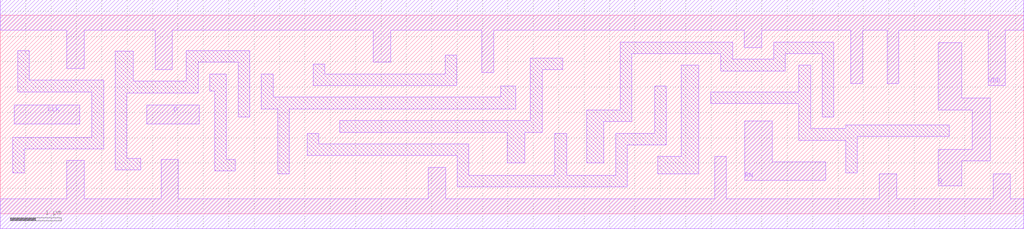
<source format=lef>
# Copyright 2022 GlobalFoundries PDK Authors
#
# Licensed under the Apache License, Version 2.0 (the "License");
# you may not use this file except in compliance with the License.
# You may obtain a copy of the License at
#
#      http://www.apache.org/licenses/LICENSE-2.0
#
# Unless required by applicable law or agreed to in writing, software
# distributed under the License is distributed on an "AS IS" BASIS,
# WITHOUT WARRANTIES OR CONDITIONS OF ANY KIND, either express or implied.
# See the License for the specific language governing permissions and
# limitations under the License.

MACRO gf180mcu_fd_sc_mcu7t5v0__dffrnq_2
  CLASS core ;
  FOREIGN gf180mcu_fd_sc_mcu7t5v0__dffrnq_2 0.0 0.0 ;
  ORIGIN 0 0 ;
  SYMMETRY X Y ;
  SITE GF018hv5v_mcu_sc7 ;
  SIZE 20.16 BY 3.92 ;
  PIN D
    DIRECTION INPUT ;
    ANTENNAGATEAREA 0.606 ;
    PORT
      LAYER METAL1 ;
        POLYGON 2.89 1.77 3.92 1.77 3.92 2.15 2.89 2.15  ;
    END
  END D
  PIN RN
    DIRECTION INPUT ;
    ANTENNAGATEAREA 1.4295 ;
    PORT
      LAYER METAL1 ;
        POLYGON 14.66 0.66 16.255 0.66 16.255 1.02 15.205 1.02 15.205 1.83 14.66 1.83  ;
    END
  END RN
  PIN CLK
    DIRECTION INPUT ;
    USE clock ;
    ANTENNAGATEAREA 0.6755 ;
    PORT
      LAYER METAL1 ;
        POLYGON 0.28 1.77 1.57 1.77 1.57 2.15 0.28 2.15  ;
    END
  END CLK
  PIN Q
    DIRECTION OUTPUT ;
    ANTENNADIFFAREA 1.0556 ;
    PORT
      LAYER METAL1 ;
        POLYGON 18.475 2.05 18.69 2.05 19.14 2.05 19.14 1.27 18.475 1.27 18.475 0.55 18.94 0.55 18.94 1.04 19.5 1.04 19.5 2.28 18.94 2.28 18.94 3.38 18.69 3.38 18.475 3.38  ;
    END
  END Q
  PIN VDD
    DIRECTION INOUT ;
    USE power ;
    SHAPE ABUTMENT ;
    PORT
      LAYER METAL1 ;
        POLYGON 0 3.62 1.31 3.62 1.31 2.865 1.65 2.865 1.65 3.62 2.035 3.62 3.05 3.62 3.05 2.845 3.39 2.845 3.39 3.62 4.915 3.62 7.35 3.62 7.35 2.99 7.69 2.99 7.69 3.62 8.995 3.62 9.485 3.62 9.485 2.79 9.715 2.79 9.715 3.62 10.155 3.62 11.08 3.62 14.655 3.62 14.655 3.28 14.995 3.28 14.995 3.62 16.42 3.62 16.75 3.62 16.75 2.57 16.985 2.57 16.985 3.62 17.465 3.62 17.465 2.57 17.7 2.57 17.7 3.62 18.69 3.62 19.455 3.62 19.455 2.53 19.795 2.53 19.795 3.62 20.16 3.62 20.16 4.22 18.69 4.22 16.42 4.22 11.08 4.22 10.155 4.22 8.995 4.22 4.915 4.22 2.035 4.22 0 4.22  ;
    END
  END VDD
  PIN VSS
    DIRECTION INOUT ;
    USE ground ;
    SHAPE ABUTMENT ;
    PORT
      LAYER METAL1 ;
        POLYGON 0 -0.3 20.16 -0.3 20.16 0.3 19.895 0.3 19.895 0.79 19.555 0.79 19.555 0.3 17.655 0.3 17.655 0.79 17.315 0.79 17.315 0.3 14.3 0.3 14.3 1.13 14.07 1.13 14.07 0.3 8.77 0.3 8.77 0.915 8.43 0.915 8.43 0.3 3.51 0.3 3.51 1.075 3.17 1.075 3.17 0.3 1.655 0.3 1.655 1.05 1.31 1.05 1.31 0.3 0 0.3  ;
    END
  END VSS
  OBS
      LAYER METAL1 ;
        POLYGON 0.345 2.405 1.805 2.405 1.805 1.51 0.245 1.51 0.245 0.81 0.475 0.81 0.475 1.28 2.035 1.28 2.035 2.635 0.575 2.635 0.575 3.225 0.345 3.225  ;
        POLYGON 4.125 2.42 4.225 2.42 4.225 0.845 4.63 0.845 4.63 1.075 4.455 1.075 4.455 2.76 4.125 2.76  ;
        POLYGON 2.495 2.385 3.895 2.385 3.895 2.99 4.685 2.99 4.685 1.91 4.915 1.91 4.915 3.22 3.665 3.22 3.665 2.615 2.615 2.615 2.615 3.215 2.265 3.215 2.265 0.865 2.77 0.865 2.77 1.095 2.495 1.095  ;
        POLYGON 6.165 2.53 8.995 2.53 8.995 3.13 8.765 3.13 8.765 2.76 6.395 2.76 6.395 2.955 6.165 2.955  ;
        POLYGON 5.145 2.07 5.465 2.07 5.465 0.79 5.695 0.79 5.695 2.07 10.155 2.07 10.155 2.525 9.855 2.525 9.855 2.3 5.375 2.3 5.375 2.76 5.145 2.76  ;
        POLYGON 6.69 1.61 9.99 1.61 9.99 1 10.33 1 10.33 1.61 10.67 1.61 10.67 2.845 11.08 2.845 11.08 3.075 10.44 3.075 10.44 1.84 6.69 1.84  ;
        POLYGON 6.045 1.15 9 1.15 9 0.53 12.35 0.53 12.35 1.36 13.12 1.36 13.12 2.525 12.89 2.525 12.89 1.59 12.12 1.59 12.12 0.76 11.155 0.76 11.155 1.59 10.925 1.59 10.925 0.76 9.23 0.76 9.23 1.38 6.275 1.38 6.275 1.59 6.045 1.59  ;
        POLYGON 12.95 0.79 13.755 0.79 13.755 2.93 13.415 2.93 13.415 1.13 12.95 1.13  ;
        POLYGON 11.55 1 11.89 1 11.89 1.82 12.44 1.82 12.44 3.16 14.195 3.16 14.195 2.82 15.465 2.82 15.465 3.16 16.19 3.16 16.19 1.91 16.42 1.91 16.42 3.39 15.235 3.39 15.235 3.05 14.425 3.05 14.425 3.39 12.21 3.39 12.21 2.05 11.55 2.05  ;
        POLYGON 13.995 2.175 15.73 2.175 15.73 1.45 16.65 1.45 16.65 0.81 16.88 0.81 16.88 1.525 18.69 1.525 18.69 1.755 16.65 1.755 16.65 1.68 15.96 1.68 15.96 2.93 15.73 2.93 15.73 2.405 13.995 2.405  ;
  END
END gf180mcu_fd_sc_mcu7t5v0__dffrnq_2

</source>
